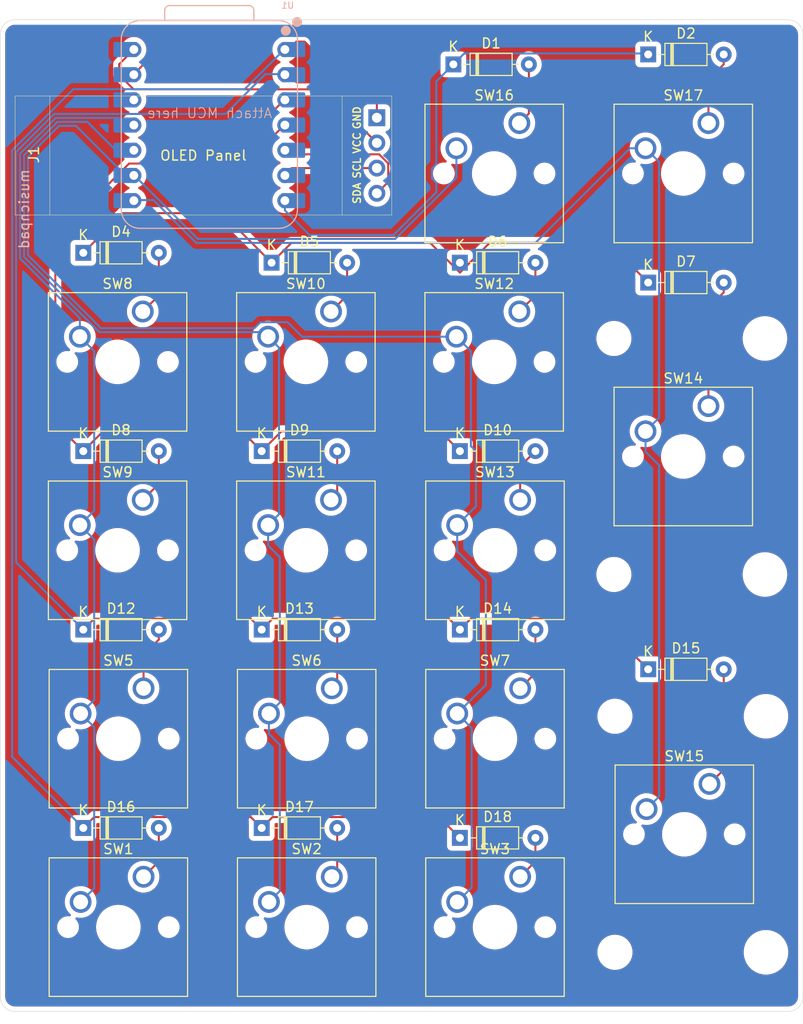
<source format=kicad_pcb>
(kicad_pcb (version 20240108) (generator "pcbnew") (generator_version "8.0")
  (layers (0 "F.Cu" signal) (31 "B.Cu" signal) (34 "B.Paste" user) (35 "F.Paste" user) (36 "B.SilkS" user "B.Silkscreen") (37 "F.SilkS" user "F.Silkscreen") (38 "B.Mask" user) (39 "F.Mask" user) (44 "Edge.Cuts" user))
  (net 0 "")
  (net 1 "Net-(D1-A)")
  (net 2 "GND")
  (net 3 "ROW0")
  (net 4 "ROW1")
  (net 5 "Net-(D4-A)")
  (net 6 "Net-(D5-A)")
  (net 7 "Net-(D6-A)")
  (net 8 "Net-(D7-A)")
  (net 9 "Net-(D8-A)")
  (net 11 "Net-(D9-A)")
  (net 12 "Net-(D10-A)")
  (net 13 "ROW3")
  (net 14 "Net-(D12-A)")
  (net 15 "Net-(D13-A)")
  (net 16 "Net-(D14-A)")
  (net 17 "Net-(D15-A)")
  (net 18 "ROW4")
  (net 19 "Net-(D16-A)")
  (net 20 "Net-(D17-A)")
  (net 21 "Net-(D18-A)")
  (net 22 "/VCC")
  (net 23 "/SDA")
  (net 24 "/SCL")
  (net 25 "COL0")
  (net 26 "COL1")
  (net 27 "COL2")
  (net 28 "COL3")
  (net 29 "ROW2")
  (net 30 "Net-(D2-A)")
  (footprint "Button_Switch_Keyboard:SW_Cherry_MX_2.00u_Vertical_PCB" (layer "F.Cu") (at 179.565841 109.558103)
    (property "Reference" "SW15" (at -2.54 -2.794 0) (layer "F.SilkS"))
    (property "Value" "SW_Push")
    (pad "" np_thru_hole circle (at -9.54 -6.82) (size 3.05 3.05) (drill 3.05) (layers "*.Cu" "*.Mask"))
    (pad "" np_thru_hole circle (at -9.54 16.98) (size 3.05 3.05) (drill 3.05) (layers "*.Cu" "*.Mask"))
    (pad "" np_thru_hole circle (at -7.62 5.08) (size 1.7 1.7) (drill 1.7) (layers "*.Cu" "*.Mask"))
    (pad "" np_thru_hole circle (at -2.54 5.08) (size 4 4) (drill 4) (layers "*.Cu" "*.Mask"))
    (pad "" np_thru_hole circle (at 2.54 5.08) (size 1.7 1.7) (drill 1.7) (layers "*.Cu" "*.Mask"))
    (pad "" np_thru_hole circle (at 5.7 -6.82) (size 4 4) (drill 4) (layers "*.Cu" "*.Mask"))
    (pad "" np_thru_hole circle (at 5.7 16.98) (size 4 4) (drill 4) (layers "*.Cu" "*.Mask"))
    (pad "1" thru_hole circle (at 0 0) (size 2.2 2.2) (drill 1.5) (layers "*.Cu" "*.Mask") (net 17 "Net-(D15-A)"))
    (pad "2" thru_hole circle (at -6.35 2.54) (size 2.2 2.2) (drill 1.5) (layers "*.Cu" "*.Mask") (net 28 "COL3"))
  )
  (footprint "Diode_THT:D_DO-35_SOD27_P7.62mm_Horizontal" (layer "F.Cu") (at 134.38 114)
    (property "Reference" "D17" (at 3.81 -2.12 0) (layer "F.SilkS"))
    (property "Value" "1N4148")
    (fp_text user "K" (at 0 -1.8 0) (layer "F.SilkS"))
    (pad "1" thru_hole rect (at 0 0) (size 1.6 1.6) (drill 0.8) (layers "*.Cu" "*.Mask") (net 18 "ROW4"))
    (pad "2" thru_hole oval (at 7.62 0) (size 1.6 1.6) (drill 0.8) (layers "*.Cu" "*.Mask") (net 20 "Net-(D17-A)"))
  )
  (footprint "Button_Switch_Keyboard:SW_Cherry_MX_1.00u_PCB" (layer "F.Cu") (at 122.46 99.92)
    (property "Reference" "SW5" (at -2.54 -2.794 0) (layer "F.SilkS"))
    (property "Value" "SW_Push")
    (pad "" np_thru_hole circle (at -7.62 5.08) (size 1.7 1.7) (drill 1.7) (layers "*.Cu" "*.Mask"))
    (pad "" np_thru_hole circle (at -2.54 5.08) (size 4 4) (drill 4) (layers "*.Cu" "*.Mask"))
    (pad "" np_thru_hole circle (at 2.54 5.08) (size 1.7 1.7) (drill 1.7) (layers "*.Cu" "*.Mask"))
    (pad "1" thru_hole circle (at 0 0) (size 2.2 2.2) (drill 1.5) (layers "*.Cu" "*.Mask") (net 14 "Net-(D12-A)"))
    (pad "2" thru_hole circle (at -6.35 2.54) (size 2.2 2.2) (drill 1.5) (layers "*.Cu" "*.Mask") (net 25 "COL0"))
  )
  (footprint "Diode_THT:D_DO-35_SOD27_P7.62mm_Horizontal" (layer "F.Cu") (at 134.38 94)
    (property "Reference" "D13" (at 3.81 -2.12 0) (layer "F.SilkS"))
    (property "Value" "1N4148")
    (fp_text user "K" (at 0 -1.8 0) (layer "F.SilkS"))
    (pad "1" thru_hole rect (at 0 0) (size 1.6 1.6) (drill 0.8) (layers "*.Cu" "*.Mask") (net 13 "ROW3"))
    (pad "2" thru_hole oval (at 7.62 0) (size 1.6 1.6) (drill 0.8) (layers "*.Cu" "*.Mask") (net 15 "Net-(D13-A)"))
  )
  (footprint "oled:SSD1306-0.91-OLED-4pin-128x32" (layer "F.Cu") (at 109.5 40.19)
    (property "Reference" "J1" (at 1.9 5.91 90) (layer "F.SilkS"))
    (property "Value" "Conn_01x04_Socket")
    (fp_text user "OLED Panel" (at 19 6 0) (layer "F.SilkS"))
    (fp_text user "SDA" (at 34.5 9.81 -90) (layer "F.SilkS") (effects (font (size 0.75 0.75))))
    (fp_text user "SCL" (at 34.5 7.27 -90) (layer "F.SilkS") (effects (font (size 0.75 0.75))))
    (fp_text user "GND" (at 34.5 2.19 -90) (layer "F.SilkS") (effects (font (size 0.75 0.75))))
    (fp_text user "VCC" (at 34.5 4.73 -90) (layer "F.SilkS") (effects (font (size 0.75 0.75))))
    (pad "1" thru_hole rect (at 36.5 2.19) (size 1.7 1.7) (drill 1) (layers "*.Cu" "*.Mask") (net 2 "GND"))
    (pad "2" thru_hole oval (at 36.5 4.73) (size 1.7 1.7) (drill 1) (layers "*.Cu" "*.Mask") (net 22 "/VCC"))
    (pad "3" thru_hole oval (at 36.5 7.27) (size 1.7 1.7) (drill 1) (layers "*.Cu" "*.Mask") (net 24 "/SCL"))
    (pad "4" thru_hole oval (at 36.5 9.81) (size 1.7 1.7) (drill 1) (layers "*.Cu" "*.Mask") (net 23 "/SDA"))
  )
  (footprint "Button_Switch_Keyboard:SW_Cherry_MX_1.00u_PCB" (layer "F.Cu") (at 160.38 61.92)
    (property "Reference" "SW12" (at -2.54 -2.794 0) (layer "F.SilkS"))
    (property "Value" "SW_Push")
    (pad "" np_thru_hole circle (at -7.62 5.08) (size 1.7 1.7) (drill 1.7) (layers "*.Cu" "*.Mask"))
    (pad "" np_thru_hole circle (at -2.54 5.08) (size 4 4) (drill 4) (layers "*.Cu" "*.Mask"))
    (pad "" np_thru_hole circle (at 2.54 5.08) (size 1.7 1.7) (drill 1.7) (layers "*.Cu" "*.Mask"))
    (pad "1" thru_hole circle (at 0 0) (size 2.2 2.2) (drill 1.5) (layers "*.Cu" "*.Mask") (net 7 "Net-(D6-A)"))
    (pad "2" thru_hole circle (at -6.35 2.54) (size 2.2 2.2) (drill 1.5) (layers "*.Cu" "*.Mask") (net 27 "COL2"))
  )
  (footprint "Diode_THT:D_DO-35_SOD27_P7.62mm_Horizontal" (layer "F.Cu") (at 173.38 59)
    (property "Reference" "D7" (at 3.81 -2.12 0) (layer "F.SilkS"))
    (property "Value" "1N4148")
    (fp_text user "K" (at 0 -1.8 0) (layer "F.SilkS"))
    (pad "1" thru_hole rect (at 0 0) (size 1.6 1.6) (drill 0.8) (layers "*.Cu" "*.Mask") (net 4 "ROW1"))
    (pad "2" thru_hole oval (at 7.62 0) (size 1.6 1.6) (drill 0.8) (layers "*.Cu" "*.Mask") (net 8 "Net-(D7-A)"))
  )
  (footprint "Button_Switch_Keyboard:SW_Cherry_MX_1.00u_PCB" (layer "F.Cu") (at 160.46 80.92)
    (property "Reference" "SW13" (at -2.54 -2.794 0) (layer "F.SilkS"))
    (property "Value" "SW_Push")
    (pad "" np_thru_hole circle (at -7.62 5.08) (size 1.7 1.7) (drill 1.7) (layers "*.Cu" "*.Mask"))
    (pad "" np_thru_hole circle (at -2.54 5.08) (size 4 4) (drill 4) (layers "*.Cu" "*.Mask"))
    (pad "" np_thru_hole circle (at 2.54 5.08) (size 1.7 1.7) (drill 1.7) (layers "*.Cu" "*.Mask"))
    (pad "1" thru_hole circle (at 0 0) (size 2.2 2.2) (drill 1.5) (layers "*.Cu" "*.Mask") (net 12 "Net-(D10-A)"))
    (pad "2" thru_hole circle (at -6.35 2.54) (size 2.2 2.2) (drill 1.5) (layers "*.Cu" "*.Mask") (net 27 "COL2"))
  )
  (footprint "Button_Switch_Keyboard:SW_Cherry_MX_2.00u_Vertical_PCB" (layer "F.Cu") (at 179.46 71.46)
    (property "Reference" "SW14" (at -2.54 -2.794 0) (layer "F.SilkS"))
    (property "Value" "SW_Push")
    (pad "" np_thru_hole circle (at -9.54 -6.82) (size 3.05 3.05) (drill 3.05) (layers "*.Cu" "*.Mask"))
    (pad "" np_thru_hole circle (at -9.54 16.98) (size 3.05 3.05) (drill 3.05) (layers "*.Cu" "*.Mask"))
    (pad "" np_thru_hole circle (at -7.62 5.08) (size 1.7 1.7) (drill 1.7) (layers "*.Cu" "*.Mask"))
    (pad "" np_thru_hole circle (at -2.54 5.08) (size 4 4) (drill 4) (layers "*.Cu" "*.Mask"))
    (pad "" np_thru_hole circle (at 2.54 5.08) (size 1.7 1.7) (drill 1.7) (layers "*.Cu" "*.Mask"))
    (pad "" np_thru_hole circle (at 5.7 -6.82) (size 4 4) (drill 4) (layers "*.Cu" "*.Mask"))
    (pad "" np_thru_hole circle (at 5.7 16.98) (size 4 4) (drill 4) (layers "*.Cu" "*.Mask"))
    (pad "1" thru_hole circle (at 0 0) (size 2.2 2.2) (drill 1.5) (layers "*.Cu" "*.Mask") (net 8 "Net-(D7-A)"))
    (pad "2" thru_hole circle (at -6.35 2.54) (size 2.2 2.2) (drill 1.5) (layers "*.Cu" "*.Mask") (net 28 "COL3"))
  )
  (footprint "Diode_THT:D_DO-35_SOD27_P7.62mm_Horizontal" (layer "F.Cu") (at 116.38 76)
    (property "Reference" "D8" (at 3.81 -2.12 0) (layer "F.SilkS"))
    (property "Value" "1N4148")
    (fp_text user "K" (at 0 -1.8 0) (layer "F.SilkS"))
    (pad "1" thru_hole rect (at 0 0) (size 1.6 1.6) (drill 0.8) (layers "*.Cu" "*.Mask") (net 29 "ROW2"))
    (pad "2" thru_hole oval (at 7.62 0) (size 1.6 1.6) (drill 0.8) (layers "*.Cu" "*.Mask") (net 9 "Net-(D8-A)"))
  )
  (footprint "Diode_THT:D_DO-35_SOD27_P7.62mm_Horizontal" (layer "F.Cu") (at 116.38 94)
    (property "Reference" "D12" (at 3.81 -2.12 0) (layer "F.SilkS"))
    (property "Value" "1N4148")
    (fp_text user "K" (at 0 -1.8 0) (layer "F.SilkS"))
    (pad "1" thru_hole rect (at 0 0) (size 1.6 1.6) (drill 0.8) (layers "*.Cu" "*.Mask") (net 13 "ROW3"))
    (pad "2" thru_hole oval (at 7.62 0) (size 1.6 1.6) (drill 0.8) (layers "*.Cu" "*.Mask") (net 14 "Net-(D12-A)"))
  )
  (footprint "Diode_THT:D_DO-35_SOD27_P7.62mm_Horizontal" (layer "F.Cu") (at 134.38 76)
    (property "Reference" "D9" (at 3.81 -2.12 0) (layer "F.SilkS"))
    (property "Value" "1N4148")
    (fp_text user "K" (at 0 -1.8 0) (layer "F.SilkS"))
    (pad "1" thru_hole rect (at 0 0) (size 1.6 1.6) (drill 0.8) (layers "*.Cu" "*.Mask") (net 29 "ROW2"))
    (pad "2" thru_hole oval (at 7.62 0) (size 1.6 1.6) (drill 0.8) (layers "*.Cu" "*.Mask") (net 11 "Net-(D9-A)"))
  )
  (footprint "Diode_THT:D_DO-35_SOD27_P7.62mm_Horizontal" (layer "F.Cu") (at 173.38 36)
    (property "Reference" "D2" (at 3.81 -2.12 0) (layer "F.SilkS"))
    (property "Value" "1N4148")
    (fp_text user "K" (at 0 -1.8 0) (layer "F.SilkS"))
    (pad "1" thru_hole rect (at 0 0) (size 1.6 1.6) (drill 0.8) (layers "*.Cu" "*.Mask") (net 3 "ROW0"))
    (pad "2" thru_hole oval (at 7.62 0) (size 1.6 1.6) (drill 0.8) (layers "*.Cu" "*.Mask") (net 30 "Net-(D2-A)"))
  )
  (footprint "Button_Switch_Keyboard:SW_Cherry_MX_1.00u_PCB" (layer "F.Cu") (at 122.38 61.92)
    (property "Reference" "SW8" (at -2.54 -2.794 0) (layer "F.SilkS"))
    (property "Value" "SW_Push")
    (pad "" np_thru_hole circle (at -7.62 5.08) (size 1.7 1.7) (drill 1.7) (layers "*.Cu" "*.Mask"))
    (pad "" np_thru_hole circle (at -2.54 5.08) (size 4 4) (drill 4) (layers "*.Cu" "*.Mask"))
    (pad "" np_thru_hole circle (at 2.54 5.08) (size 1.7 1.7) (drill 1.7) (layers "*.Cu" "*.Mask"))
    (pad "1" thru_hole circle (at 0 0) (size 2.2 2.2) (drill 1.5) (layers "*.Cu" "*.Mask") (net 5 "Net-(D4-A)"))
    (pad "2" thru_hole circle (at -6.35 2.54) (size 2.2 2.2) (drill 1.5) (layers "*.Cu" "*.Mask") (net 25 "COL0"))
  )
  (footprint "Diode_THT:D_DO-35_SOD27_P7.62mm_Horizontal" (layer "F.Cu") (at 154.38 57)
    (property "Reference" "D6" (at 3.81 -2.12 0) (layer "F.SilkS"))
    (property "Value" "1N4148")
    (fp_text user "K" (at 0 -1.8 0) (layer "F.SilkS"))
    (pad "1" thru_hole rect (at 0 0) (size 1.6 1.6) (drill 0.8) (layers "*.Cu" "*.Mask") (net 4 "ROW1"))
    (pad "2" thru_hole oval (at 7.62 0) (size 1.6 1.6) (drill 0.8) (layers "*.Cu" "*.Mask") (net 7 "Net-(D6-A)"))
  )
  (footprint "Diode_THT:D_DO-35_SOD27_P7.62mm_Horizontal" (layer "F.Cu") (at 116.38 56)
    (property "Reference" "D4" (at 3.81 -2.12 0) (layer "F.SilkS"))
    (property "Value" "1N4148")
    (fp_text user "K" (at 0 -1.8 0) (layer "F.SilkS"))
    (pad "1" thru_hole rect (at 0 0) (size 1.6 1.6) (drill 0.8) (layers "*.Cu" "*.Mask") (net 4 "ROW1"))
    (pad "2" thru_hole oval (at 7.62 0) (size 1.6 1.6) (drill 0.8) (layers "*.Cu" "*.Mask") (net 5 "Net-(D4-A)"))
  )
  (footprint "Button_Switch_Keyboard:SW_Cherry_MX_1.00u_PCB" (layer "F.Cu") (at 141.46 99.92)
    (property "Reference" "SW6" (at -2.54 -2.794 0) (layer "F.SilkS"))
    (property "Value" "SW_Push")
    (pad "" np_thru_hole circle (at -7.62 5.08) (size 1.7 1.7) (drill 1.7) (layers "*.Cu" "*.Mask"))
    (pad "" np_thru_hole circle (at -2.54 5.08) (size 4 4) (drill 4) (layers "*.Cu" "*.Mask"))
    (pad "" np_thru_hole circle (at 2.54 5.08) (size 1.7 1.7) (drill 1.7) (layers "*.Cu" "*.Mask"))
    (pad "1" thru_hole circle (at 0 0) (size 2.2 2.2) (drill 1.5) (layers "*.Cu" "*.Mask") (net 15 "Net-(D13-A)"))
    (pad "2" thru_hole circle (at -6.35 2.54) (size 2.2 2.2) (drill 1.5) (layers "*.Cu" "*.Mask") (net 26 "COL1"))
  )
  (footprint "Diode_THT:D_DO-35_SOD27_P7.62mm_Horizontal" (layer "F.Cu") (at 173.38 98)
    (property "Reference" "D15" (at 3.81 -2.12 0) (layer "F.SilkS"))
    (property "Value" "1N4148")
    (fp_text user "K" (at 0 -1.8 0) (layer "F.SilkS"))
    (pad "1" thru_hole rect (at 0 0) (size 1.6 1.6) (drill 0.8) (layers "*.Cu" "*.Mask") (net 13 "ROW3"))
    (pad "2" thru_hole oval (at 7.62 0) (size 1.6 1.6) (drill 0.8) (layers "*.Cu" "*.Mask") (net 17 "Net-(D15-A)"))
  )
  (footprint "Button_Switch_Keyboard:SW_Cherry_MX_1.00u_PCB" (layer "F.Cu") (at 160.46 99.92)
    (property "Reference" "SW7" (at -2.54 -2.794 0) (layer "F.SilkS"))
    (property "Value" "SW_Push")
    (pad "" np_thru_hole circle (at -7.62 5.08) (size 1.7 1.7) (drill 1.7) (layers "*.Cu" "*.Mask"))
    (pad "" np_thru_hole circle (at -2.54 5.08) (size 4 4) (drill 4) (layers "*.Cu" "*.Mask"))
    (pad "" np_thru_hole circle (at 2.54 5.08) (size 1.7 1.7) (drill 1.7) (layers "*.Cu" "*.Mask"))
    (pad "1" thru_hole circle (at 0 0) (size 2.2 2.2) (drill 1.5) (layers "*.Cu" "*.Mask") (net 16 "Net-(D14-A)"))
    (pad "2" thru_hole circle (at -6.35 2.54) (size 2.2 2.2) (drill 1.5) (layers "*.Cu" "*.Mask") (net 27 "COL2"))
  )
  (footprint "Diode_THT:D_DO-35_SOD27_P7.62mm_Horizontal" (layer "F.Cu") (at 154.38 115)
    (property "Reference" "D18" (at 3.81 -2.12 0) (layer "F.SilkS"))
    (property "Value" "1N4148")
    (fp_text user "K" (at 0 -1.8 0) (layer "F.SilkS"))
    (pad "1" thru_hole rect (at 0 0) (size 1.6 1.6) (drill 0.8) (layers "*.Cu" "*.Mask") (net 18 "ROW4"))
    (pad "2" thru_hole oval (at 7.62 0) (size 1.6 1.6) (drill 0.8) (layers "*.Cu" "*.Mask") (net 21 "Net-(D18-A)"))
  )
  (footprint "Diode_THT:D_DO-35_SOD27_P7.62mm_Horizontal" (layer "F.Cu") (at 135.38 57)
    (property "Reference" "D5" (at 3.81 -2.12 0) (layer "F.SilkS"))
    (property "Value" "1N4148")
    (fp_text user "K" (at 0 -1.8 0) (layer "F.SilkS"))
    (pad "1" thru_hole rect (at 0 0) (size 1.6 1.6) (drill 0.8) (layers "*.Cu" "*.Mask") (net 4 "ROW1"))
    (pad "2" thru_hole oval (at 7.62 0) (size 1.6 1.6) (drill 0.8) (layers "*.Cu" "*.Mask") (net 6 "Net-(D5-A)"))
  )
  (footprint "Button_Switch_Keyboard:SW_Cherry_MX_1.00u_PCB" (layer "F.Cu") (at 160.46 118.92)
    (property "Reference" "SW3" (at -2.54 -2.794 0) (layer "F.SilkS"))
    (property "Value" "SW_Push")
    (pad "" np_thru_hole circle (at -7.62 5.08) (size 1.7 1.7) (drill 1.7) (layers "*.Cu" "*.Mask"))
    (pad "" np_thru_hole circle (at -2.54 5.08) (size 4 4) (drill 4) (layers "*.Cu" "*.Mask"))
    (pad "" np_thru_hole circle (at 2.54 5.08) (size 1.7 1.7) (drill 1.7) (layers "*.Cu" "*.Mask"))
    (pad "1" thru_hole circle (at 0 0) (size 2.2 2.2) (drill 1.5) (layers "*.Cu" "*.Mask") (net 21 "Net-(D18-A)"))
    (pad "2" thru_hole circle (at -6.35 2.54) (size 2.2 2.2) (drill 1.5) (layers "*.Cu" "*.Mask") (net 27 "COL2"))
  )
  (footprint "Button_Switch_Keyboard:SW_Cherry_MX_1.00u_PCB" (layer "F.Cu") (at 122.46 118.92)
    (property "Reference" "SW1" (at -2.54 -2.794 0) (layer "F.SilkS"))
    (property "Value" "SW_Push")
    (pad "" np_thru_hole circle (at -7.62 5.08) (size 1.7 1.7) (drill 1.7) (layers "*.Cu" "*.Mask"))
    (pad "" np_thru_hole circle (at -2.54 5.08) (size 4 4) (drill 4) (layers "*.Cu" "*.Mask"))
    (pad "" np_thru_hole circle (at 2.54 5.08) (size 1.7 1.7) (drill 1.7) (layers "*.Cu" "*.Mask"))
    (pad "1" thru_hole circle (at 0 0) (size 2.2 2.2) (drill 1.5) (layers "*.Cu" "*.Mask") (net 19 "Net-(D16-A)"))
    (pad "2" thru_hole circle (at -6.35 2.54) (size 2.2 2.2) (drill 1.5) (layers "*.Cu" "*.Mask") (net 25 "COL0"))
  )
  (footprint "Diode_THT:D_DO-35_SOD27_P7.62mm_Horizontal" (layer "F.Cu") (at 116.38 114)
    (property "Reference" "D16" (at 3.81 -2.12 0) (layer "F.SilkS"))
    (property "Value" "1N4148")
    (fp_text user "K" (at 0 -1.8 0) (layer "F.SilkS"))
    (pad "1" thru_hole rect (at 0 0) (size 1.6 1.6) (drill 0.8) (layers "*.Cu" "*.Mask") (net 18 "ROW4"))
    (pad "2" thru_hole oval (at 7.62 0) (size 1.6 1.6) (drill 0.8) (layers "*.Cu" "*.Mask") (net 19 "Net-(D16-A)"))
  )
  (footprint "Button_Switch_Keyboard:SW_Cherry_MX_1.00u_PCB" (layer "F.Cu") (at 160.38 42.92)
    (property "Reference" "SW16" (at -2.54 -2.794 0) (layer "F.SilkS"))
    (property "Value" "SW_Push")
    (pad "" np_thru_hole circle (at -7.62 5.08) (size 1.7 1.7) (drill 1.7) (layers "*.Cu" "*.Mask"))
    (pad "" np_thru_hole circle (at -2.54 5.08) (size 4 4) (drill 4) (layers "*.Cu" "*.Mask"))
    (pad "" np_thru_hole circle (at 2.54 5.08) (size 1.7 1.7) (drill 1.7) (layers "*.Cu" "*.Mask"))
    (pad "1" thru_hole circle (at 0 0) (size 2.2 2.2) (drill 1.5) (layers "*.Cu" "*.Mask") (net 1 "Net-(D1-A)"))
    (pad "2" thru_hole circle (at -6.35 2.54) (size 2.2 2.2) (drill 1.5) (layers "*.Cu" "*.Mask") (net 27 "COL2"))
  )
  (footprint "Button_Switch_Keyboard:SW_Cherry_MX_1.00u_PCB" (layer "F.Cu") (at 141.46 118.92)
    (property "Reference" "SW2" (at -2.54 -2.794 0) (layer "F.SilkS"))
    (property "Value" "SW_Push")
    (pad "" np_thru_hole circle (at -7.62 5.08) (size 1.7 1.7) (drill 1.7) (layers "*.Cu" "*.Mask"))
    (pad "" np_thru_hole circle (at -2.54 5.08) (size 4 4) (drill 4) (layers "*.Cu" "*.Mask"))
    (pad "" np_thru_hole circle (at 2.54 5.08) (size 1.7 1.7) (drill 1.7) (layers "*.Cu" "*.Mask"))
    (pad "1" thru_hole circle (at 0 0) (size 2.2 2.2) (drill 1.5) (layers "*.Cu" "*.Mask") (net 20 "Net-(D17-A)"))
    (pad "2" thru_hole circle (at -6.35 2.54) (size 2.2 2.2) (drill 1.5) (layers "*.Cu" "*.Mask") (net 26 "COL1"))
  )
  (footprint "Diode_THT:D_DO-35_SOD27_P7.62mm_Horizontal" (layer "F.Cu") (at 154.38 76)
    (property "Reference" "D10" (at 3.81 -2.12 0) (layer "F.SilkS"))
    (property "Value" "1N4148")
    (fp_text user "K" (at 0 -1.8 0) (layer "F.SilkS"))
    (pad "1" thru_hole rect (at 0 0) (size 1.6 1.6) (drill 0.8) (layers "*.Cu" "*.Mask") (net 29 "ROW2"))
    (pad "2" thru_hole oval (at 7.62 0) (size 1.6 1.6) (drill 0.8) (layers "*.Cu" "*.Mask") (net 12 "Net-(D10-A)"))
  )
  (footprint "Button_Switch_Keyboard:SW_Cherry_MX_1.00u_PCB" (layer "F.Cu") (at 141.38 61.92)
    (property "Reference" "SW10" (at -2.54 -2.794 0) (layer "F.SilkS"))
    (property "Value" "SW_Push")
    (pad "" np_thru_hole circle (at -7.62 5.08) (size 1.7 1.7) (drill 1.7) (layers "*.Cu" "*.Mask"))
    (pad "" np_thru_hole circle (at -2.54 5.08) (size 4 4) (drill 4) (layers "*.Cu" "*.Mask"))
    (pad "" np_thru_hole circle (at 2.54 5.08) (size 1.7 1.7) (drill 1.7) (layers "*.Cu" "*.Mask"))
    (pad "1" thru_hole circle (at 0 0) (size 2.2 2.2) (drill 1.5) (layers "*.Cu" "*.Mask") (net 6 "Net-(D5-A)"))
    (pad "2" thru_hole circle (at -6.35 2.54) (size 2.2 2.2) (drill 1.5) (layers "*.Cu" "*.Mask") (net 26 "COL1"))
  )
  (footprint "Button_Switch_Keyboard:SW_Cherry_MX_1.00u_PCB" (layer "F.Cu") (at 141.38 80.92)
    (property "Reference" "SW11" (at -2.54 -2.794 0) (layer "F.SilkS"))
    (property "Value" "SW_Push")
    (pad "" np_thru_hole circle (at -7.62 5.08) (size 1.7 1.7) (drill 1.7) (layers "*.Cu" "*.Mask"))
    (pad "" np_thru_hole circle (at -2.54 5.08) (size 4 4) (drill 4) (layers "*.Cu" "*.Mask"))
    (pad "" np_thru_hole circle (at 2.54 5.08) (size 1.7 1.7) (drill 1.7) (layers "*.Cu" "*.Mask"))
    (pad "1" thru_hole circle (at 0 0) (size 2.2 2.2) (drill 1.5) (layers "*.Cu" "*.Mask") (net 11 "Net-(D9-A)"))
    (pad "2" thru_hole circle (at -6.35 2.54) (size 2.2 2.2) (drill 1.5) (layers "*.Cu" "*.Mask") (net 26 "COL1"))
  )
  (footprint "Diode_THT:D_DO-35_SOD27_P7.62mm_Horizontal" (layer "F.Cu") (at 153.72 37)
    (property "Reference" "D1" (at 3.81 -2.12 0) (layer "F.SilkS"))
    (property "Value" "1N4148")
    (fp_text user "K" (at 0 -1.8 0) (layer "F.SilkS"))
    (pad "1" thru_hole rect (at 0 0) (size 1.6 1.6) (drill 0.8) (layers "*.Cu" "*.Mask") (net 3 "ROW0"))
    (pad "2" thru_hole oval (at 7.62 0) (size 1.6 1.6) (drill 0.8) (layers "*.Cu" "*.Mask") (net 1 "Net-(D1-A)"))
  )
  (footprint "Button_Switch_Keyboard:SW_Cherry_MX_1.00u_PCB" (layer "F.Cu") (at 122.38 80.92)
    (property "Reference" "SW9" (at -2.54 -2.794 0) (layer "F.SilkS"))
    (property "Value" "SW_Push")
    (pad "" np_thru_hole circle (at -7.62 5.08) (size 1.7 1.7) (drill 1.7) (layers "*.Cu" "*.Mask"))
    (pad "" np_thru_hole circle (at -2.54 5.08) (size 4 4) (drill 4) (layers "*.Cu" "*.Mask"))
    (pad "" np_thru_hole circle (at 2.54 5.08) (size 1.7 1.7) (drill 1.7) (layers "*.Cu" "*.Mask"))
    (pad "1" thru_hole circle (at 0 0) (size 2.2 2.2) (drill 1.5) (layers "*.Cu" "*.Mask") (net 9 "Net-(D8-A)"))
    (pad "2" thru_hole circle (at -6.35 2.54) (size 2.2 2.2) (drill 1.5) (layers "*.Cu" "*.Mask") (net 25 "COL0"))
  )
  (footprint "Diode_THT:D_DO-35_SOD27_P7.62mm_Horizontal" (layer "F.Cu") (at 154.38 94)
    (property "Reference" "D14" (at 3.81 -2.12 0) (layer "F.SilkS"))
    (property "Value" "1N4148")
    (fp_text user "K" (at 0 -1.8 0) (layer "F.SilkS"))
    (pad "1" thru_hole rect (at 0 0) (size 1.6 1.6) (drill 0.8) (layers "*.Cu" "*.Mask") (net 13 "ROW3"))
    (pad "2" thru_hole oval (at 7.62 0) (size 1.6 1.6) (drill 0.8) (layers "*.Cu" "*.Mask") (net 16 "Net-(D14-A)"))
  )
  (footprint "Button_Switch_Keyboard:SW_Cherry_MX_1.00u_PCB" (layer "F.Cu") (at 179.46 42.92)
    (property "Reference" "SW17" (at -2.54 -2.794 0) (layer "F.SilkS"))
    (property "Value" "SW_Push")
    (pad "" np_thru_hole circle (at -7.62 5.08) (size 1.7 1.7) (drill 1.7) (layers "*.Cu" "*.Mask"))
    (pad "" np_thru_hole circle (at -2.54 5.08) (size 4 4) (drill 4) (layers "*.Cu" "*.Mask"))
    (pad "" np_thru_hole circle (at 2.54 5.08) (size 1.7 1.7) (drill 1.7) (layers "*.Cu" "*.Mask"))
    (pad "1" thru_hole circle (at 0 0) (size 2.2 2.2) (drill 1.5) (layers "*.Cu" "*.Mask") (net 30 "Net-(D2-A)"))
    (pad "2" thru_hole circle (at -6.35 2.54) (size 2.2 2.2) (drill 1.5) (layers "*.Cu" "*.Mask") (net 28 "COL3"))
  )
  (footprint "Seeed Studio XIAO Series Library:XIAO-SAMD21-DIP" (layer "B.Cu") (at 129 43.0575 180)
    (property "Reference" "U1" (at -8 12 0) (layer "B.SilkS") (effects (font (size 0.635 0.635) (thickness 0.1016)) (justify mirror)))
    (property "Value" "XIAO-SAMD21-DIP")
    (pad "1" smd roundrect (at -8.555 7.5575) (size 2.432 1.524) (layers "B.Cu" "B.Mask") (roundrect_rratio 0.1) (net 18 "ROW4"))
    (pad "1" thru_hole circle (at -7.72 7.5575) (size 1.524 1.524) (drill 0.889) (layers "*.Cu" "*.Mask") (net 18 "ROW4"))
    (pad "2" smd roundrect (at -8.555 5.0175) (size 2.432 1.524) (layers "B.Cu" "B.Mask") (roundrect_rratio 0.1) (net 13 "ROW3"))
    (pad "2" thru_hole circle (at -7.72 5.0175) (size 1.524 1.524) (drill 0.889) (layers "*.Cu" "*.Mask") (net 13 "ROW3"))
    (pad "3" smd roundrect (at -8.555 2.4775) (size 2.432 1.524) (layers "B.Cu" "B.Mask") (roundrect_rratio 0.1) (net 29 "ROW2"))
    (pad "3" thru_hole circle (at -7.72 2.4775) (size 1.524 1.524) (drill 0.889) (layers "*.Cu" "*.Mask") (net 29 "ROW2"))
    (pad "4" smd roundrect (at -8.555 -0.0625) (size 2.432 1.524) (layers "B.Cu" "B.Mask") (roundrect_rratio 0.1) (net 4 "ROW1"))
    (pad "4" thru_hole circle (at -7.72 -0.0625) (size 1.524 1.524) (drill 0.889) (layers "*.Cu" "*.Mask") (net 4 "ROW1"))
    (pad "5" smd roundrect (at -8.555 -2.6025) (size 2.432 1.524) (layers "B.Cu" "B.Mask") (roundrect_rratio 0.1) (net 23 "/SDA"))
    (pad "5" thru_hole circle (at -7.72 -2.6025) (size 1.524 1.524) (drill 0.889) (layers "*.Cu" "*.Mask") (net 23 "/SDA"))
    (pad "6" smd roundrect (at -8.555 -5.1425) (size 2.432 1.524) (layers "B.Cu" "B.Mask") (roundrect_rratio 0.1) (net 24 "/SCL"))
    (pad "6" thru_hole circle (at -7.72 -5.1425) (size 1.524 1.524) (drill 0.889) (layers "*.Cu" "*.Mask") (net 24 "/SCL"))
    (pad "7" smd roundrect (at -8.555 -7.6825) (size 2.432 1.524) (layers "B.Cu" "B.Mask") (roundrect_rratio 0.1) (net 3 "ROW0"))
    (pad "7" thru_hole circle (at -7.72 -7.6825) (size 1.524 1.524) (drill 0.889) (layers "*.Cu" "*.Mask") (net 3 "ROW0"))
    (pad "8" thru_hole circle (at 7.52 -7.6825 180) (size 1.524 1.524) (drill 0.889) (layers "*.Cu" "*.Mask") (net 28 "COL3"))
    (pad "8" smd roundrect (at 8.355 -7.6825 180) (size 2.432 1.524) (layers "B.Cu" "B.Mask") (roundrect_rratio 0.1) (net 28 "COL3"))
    (pad "9" thru_hole circle (at 7.52 -5.1425 180) (size 1.524 1.524) (drill 0.889) (layers "*.Cu" "*.Mask") (net 27 "COL2"))
    (pad "9" smd roundrect (at 8.355 -5.1425 180) (size 2.432 1.524) (layers "B.Cu" "B.Mask") (roundrect_rratio 0.1) (net 27 "COL2"))
    (pad "10" thru_hole circle (at 7.52 -2.6025 180) (size 1.524 1.524) (drill 0.889) (layers "*.Cu" "*.Mask") (net 26 "COL1"))
    (pad "10" smd roundrect (at 8.355 -2.6025 180) (size 2.432 1.524) (layers "B.Cu" "B.Mask") (roundrect_rratio 0.1) (net 26 "COL1"))
    (pad "11" thru_hole circle (at 7.52 -0.0625 180) (size 1.524 1.524) (drill 0.889) (layers "*.Cu" "*.Mask") (net 25 "COL0"))
    (pad "11" smd roundrect (at 8.355 -0.0625 180) (size 2.432 1.524) (layers "B.Cu" "B.Mask") (roundrect_rratio 0.1) (net 25 "COL0"))
    (pad "12" thru_hole circle (at 7.52 2.4775 180) (size 1.524 1.524) (drill 0.889) (layers "*.Cu" "*.Mask"))
    (pad "12" smd roundrect (at 8.355 2.4775 180) (size 2.432 1.524) (layers "B.Cu" "B.Mask") (roundrect_rratio 0.1))
    (pad "13" thru_hole circle (at 7.52 5.0175 180) (size 1.524 1.524) (drill 0.889) (layers "*.Cu" "*.Mask") (net 2 "GND"))
    (pad "13" smd roundrect (at 8.355 5.0175 180) (size 2.432 1.524) (layers "B.Cu" "B.Mask") (roundrect_rratio 0.1) (net 2 "GND"))
    (pad "14" thru_hole circle (at 7.52 7.5575 180) (size 1.524 1.524) (drill 0.889) (layers "*.Cu" "*.Mask") (net 22 "/VCC"))
    (pad "14" smd roundrect (at 8.355 7.5575 180) (size 2.432 1.524) (layers "B.Cu" "B.Mask") (roundrect_rratio 0.1) (net 22 "/VCC"))
  )
  (gr_arc (start 108 34) (mid 108.43934 32.93934) (end 109.5 32.5) (stroke (width 0.05)) (layer "Edge.Cuts"))
  (gr_line (start 187.5 132.5) (end 109.5 132.5) (stroke (width 0.05)) (layer "Edge.Cuts"))
  (gr_arc (start 187.5 32.5) (mid 188.56066 32.93934) (end 189 34) (stroke (width 0.05)) (layer "Edge.Cuts"))
  (gr_line (start 109.5 32.5) (end 187.5 32.5) (stroke (width 0.05)) (layer "Edge.Cuts"))
  (gr_line (start 189 34) (end 189 131) (stroke (width 0.05)) (layer "Edge.Cuts"))
  (gr_line (start 108 131) (end 108 34) (stroke (width 0.05)) (layer "Edge.Cuts"))
  (gr_arc (start 189 131) (mid 188.56066 132.06066) (end 187.5 132.5) (stroke (width 0.05)) (layer "Edge.Cuts"))
  (gr_arc (start 109.5 132.5) (mid 108.43934 132.06066) (end 108 131) (stroke (width 0.05)) (layer "Edge.Cuts"))
  (gr_text "Attach MCU here" (at 135.5 42.5 0) (layer "B.SilkS") (effects (font (size 1 1) (thickness 0.1)) (justify left bottom mirror)))
  (gr_text "musicnpad" (at 111 47.5 90) (layer "B.SilkS") (effects (font (size 1 1)) (justify left bottom mirror)))
  (segment (start 161.34 41.96) (end 160.38 42.92) (width 0.2) (layer "F.Cu") (net 1))
  (segment (start 161.34 37) (end 161.34 41.96) (width 0.2) (layer "F.Cu") (net 1))
  (segment (start 146 42.38) (end 146 41) (width 0.2) (layer "F.Cu") (net 2))
  (segment (start 146 41) (end 139 34) (width 0.2) (layer "F.Cu") (net 2))
  (segment (start 125.4625 34) (end 121.48 37.9825) (width 0.2) (layer "F.Cu") (net 2))
  (segment (start 139 34) (end 125.4625 34) (width 0.2) (layer "F.Cu") (net 2))
  (segment (start 136.72 50.6825) (end 136.72 51.72) (width 0.2) (layer "B.Cu") (net 3))
  (segment (start 173.28 35.9) (end 173.38 36) (width 0.2) (layer "B.Cu") (net 3))
  (segment (start 152 47.062944) (end 152 38.72) (width 0.2) (layer "B.Cu") (net 3))
  (segment (start 151.56 48.497056) (end 151.56 47.502944) (width 0.2) (layer "B.Cu") (net 3))
  (segment (start 147.69137 54.2) (end 152 49.89137) (width 0.2) (layer "B.Cu") (net 3))
  (segment (start 152 49.89137) (end 152 48.937056) (width 0.2) (layer "B.Cu") (net 3))
  (segment (start 153.72 37) (end 154.82 35.9) (width 0.2) (layer "B.Cu") (net 3))
  (segment (start 136.72 51.72) (end 139.2 54.2) (width 0.2) (layer "B.Cu") (net 3))
  (segment (start 139.2 54.2) (end 147.69137 54.2) (width 0.2) (layer "B.Cu") (net 3))
  (segment (start 152 38.72) (end 153.72 37) (width 0.2) (layer "B.Cu") (net 3))
  (segment (start 152 48.937056) (end 151.56 48.497056) (width 0.2) (layer "B.Cu") (net 3))
  (segment (start 151.56 47.502944) (end 152 47.062944) (width 0.2) (layer "B.Cu") (net 3))
  (segment (start 154.82 35.9) (end 173.28 35.9) (width 0.2) (layer "B.Cu") (net 3))
  (segment (start 127.7825 52) (end 120.38 52) (width 0.2) (layer "F.Cu") (net 4))
  (segment (start 136.72 43.0625) (end 128.038 51.7445) (width 0.2) (layer "F.Cu") (net 4))
  (segment (start 151.38 55) (end 154.38 58) (width 0.2) (layer "F.Cu") (net 4))
  (segment (start 135.38 57) (end 137.38 55) (width 0.2) (layer "F.Cu") (net 4))
  (segment (start 132.38 54) (end 135.38 57) (width 0.2) (layer "F.Cu") (net 4))
  (segment (start 128.038 51.7445) (end 130.1245 51.7445) (width 0.2) (layer "F.Cu") (net 4))
  (segment (start 157.38 55) (end 169.38 55) (width 0.2) (layer "F.Cu") (net 4))
  (segment (start 128.038 51.7445) (end 127.7825 52) (width 0.2) (layer "F.Cu") (net 4))
  (segment (start 154.38 58) (end 157.38 55) (width 0.2) (layer "F.Cu") (net 4))
  (segment (start 120.38 52) (end 116.38 56) (width 0.2) (layer "F.Cu") (net 4))
  (segment (start 169.38 55) (end 173.38 59) (width 0.2) (layer "F.Cu") (net 4))
  (segment (start 137.38 55) (end 151.38 55) (width 0.2) (layer "F.Cu") (net 4))
  (segment (start 130.1245 51.7445) (end 132.38 54) (width 0.2) (layer "F.Cu") (net 4))
  (segment (start 124 60.3) (end 122.38 61.92) (width 0.2) (layer "F.Cu") (net 5))
  (segment (start 124 56) (end 124 60.3) (width 0.2) (layer "F.Cu") (net 5))
  (segment (start 143 57) (end 143 60.3) (width 0.2) (layer "F.Cu") (net 6))
  (segment (start 143 60.3) (end 141.38 61.92) (width 0.2) (layer "F.Cu") (net 6))
  (segment (start 162 60.3) (end 160.38 61.92) (width 0.2) (layer "F.Cu") (net 7))
  (segment (start 162 57) (end 162 60.3) (width 0.2) (layer "F.Cu") (net 7))
  (segment (start 181 60) (end 179.46 61.54) (width 0.2) (layer "F.Cu") (net 8))
  (segment (start 179.46 61.54) (end 179.46 71.46) (width 0.2) (layer "F.Cu") (net 8))
  (segment (start 181 59) (end 181 60) (width 0.2) (layer "F.Cu") (net 8))
  (segment (start 124 76) (end 124 79.3) (width 0.2) (layer "F.Cu") (net 9))
  (segment (start 124 79.3) (end 122.38 80.92) (width 0.2) (layer "F.Cu") (net 9))
  (segment (start 142 76) (end 142 80.3) (width 0.2) (layer "F.Cu") (net 11))
  (segment (start 142 80.3) (end 141.38 80.92) (width 0.2) (layer "F.Cu") (net 11))
  (segment (start 162 76) (end 160.46 77.54) (width 0.2) (layer "F.Cu") (net 12))
  (segment (start 160.46 77.54) (end 160.46 80.92) (width 0.2) (layer "F.Cu") (net 12))
  (segment (start 133.28 92.9) (end 134.38 94) (width 0.2) (layer "F.Cu") (net 13))
  (segment (start 117.48 92.9) (end 133.28 92.9) (width 0.2) (layer "F.Cu") (net 13))
  (segment (start 116.38 94) (end 117.48 92.9) (width 0.2) (layer "F.Cu") (net 13))
  (segment (start 153.28 92.9) (end 154.38 94) (width 0.2) (layer "F.Cu") (net 13))
  (segment (start 135.48 92.9) (end 153.28 92.9) (width 0.2) (layer "F.Cu") (net 13))
  (segment (start 154.38 94) (end 155.48 92.9) (width 0.2) (layer "F.Cu") (net 13))
  (segment (start 168.28 92.9) (end 173.38 98) (width 0.2) (layer "F.Cu") (net 13))
  (segment (start 155.48 92.9) (end 168.28 92.9) (width 0.2) (layer "F.Cu") (net 13))
  (segment (start 134.38 94) (end 135.48 92.9) (width 0.2) (layer "F.Cu") (net 13))
  (segment (start 136.72 37.9825) (end 134.745686 37.9825) (width 0.2) (layer "B.Cu") (net 13))
  (segment (start 134.745686 37.9825) (end 130.727686 42.0005) (width 0.2) (layer "B.Cu") (net 13))
  (segment (start 130.727686 42.0005) (end 113.433814 42.0005) (width 0.2) (layer "B.Cu") (net 13))
  (segment (start 109.6 45.834314) (end 109.6 87.22) (width 0.2) (layer "B.Cu") (net 13))
  (segment (start 113.433814 42.0005) (end 109.6 45.834314) (width 0.2) (layer "B.Cu") (net 13))
  (segment (start 109.6 87.22) (end 116.38 94) (width 0.2) (layer "B.Cu") (net 13))
  (segment (start 122.46 96.54) (end 122.46 99.92) (width 0.2) (layer "F.Cu") (net 14))
  (segment (start 124 95) (end 122.46 96.54) (width 0.2) (layer "F.Cu") (net 14))
  (segment (start 124 94) (end 124 95) (width 0.2) (layer "F.Cu") (net 14))
  (segment (start 142 94) (end 142 99.38) (width 0.2) (layer "F.Cu") (net 15))
  (segment (start 142 99.38) (end 141.46 99.92) (width 0.2) (layer "F.Cu") (net 15))
  (segment (start 162 98.38) (end 160.46 99.92) (width 0.2) (layer "F.Cu") (net 16))
  (segment (start 162 94) (end 162 98.38) (width 0.2) (layer "F.Cu") (net 16))
  (segment (start 181 98) (end 181 108.123944) (width 0.2) (layer "F.Cu") (net 17))
  (segment (start 181 108.123944) (end 179.565841 109.558103) (width 0.2) (layer "F.Cu") (net 17))
  (segment (start 116.38 114) (end 117.48 112.9) (width 0.2) (layer "F.Cu") (net 18))
  (segment (start 152.28 112.9) (end 154.38 115) (width 0.2) (layer "F.Cu") (net 18))
  (segment (start 133.28 112.9) (end 134.38 114) (width 0.2) (layer "F.Cu") (net 18))
  (segment (start 135.48 112.9) (end 152.28 112.9) (width 0.2) (layer "F.Cu") (net 18))
  (segment (start 117.48 112.9) (end 133.28 112.9) (width 0.2) (layer "F.Cu") (net 18))
  (segment (start 134.38 114) (end 135.48 112.9) (width 0.2) (layer "F.Cu") (net 18))
  (segment (start 109.2 106.82) (end 116.38 114) (width 0.2) (layer "B.Cu") (net 18))
  (segment (start 115.368628 39.5) (end 109.2 45.668628) (width 0.2) (layer "B.Cu") (net 18))
  (segment (start 132.6625 39.5) (end 115.368628 39.5) (width 0.2) (layer "B.Cu") (net 18))
  (segment (start 136.72 35.4425) (end 132.6625 39.5) (width 0.2) (layer "B.Cu") (net 18))
  (segment (start 109.2 45.668628) (end 109.2 106.82) (width 0.2) (layer "B.Cu") (net 18))
  (segment (start 124 117.38) (end 122.46 118.92) (width 0.2) (layer "F.Cu") (net 19))
  (segment (start 124 114) (end 124 117.38) (width 0.2) (layer "F.Cu") (net 19))
  (segment (start 142 114) (end 142 118.38) (width 0.2) (layer "F.Cu") (net 20))
  (segment (start 142 118.38) (end 141.46 118.92) (width 0.2) (layer "F.Cu") (net 20))
  (segment (start 162 115) (end 162 117.38) (width 0.2) (layer "F.Cu") (net 21))
  (segment (start 162 117.38) (end 160.46 118.92) (width 0.2) (layer "F.Cu") (net 21))
  (segment (start 120 38.061895) (end 120 36.98) (width 0.2) (layer "F.Cu") (net 22))
  (segment (start 140.598 39.518) (end 121.456105 39.518) (width 0.2) (layer "F.Cu") (net 22))
  (segment (start 120 36.98) (end 121.48 35.5) (width 0.2) (layer "F.Cu") (net 22))
  (segment (start 146 44.92) (end 140.598 39.518) (width 0.2) (layer "F.Cu") (net 22))
  (segment (start 121.456105 39.518) (end 120 38.061895) (width 0.2) (layer "F.Cu") (net 22))
  (segment (start 147.15 48.85) (end 147.15 46.983654) (width 0.2) (layer "F.Cu") (net 23))
  (segment (start 137.1875 46.07) (end 136.72 45.6025) (width 0.2) (layer "F.Cu") (net 23))
  (segment (start 146 50) (end 147.15 48.85) (width 0.2) (layer "F.Cu") (net 23))
  (segment (start 146.236346 46.07) (end 137.1875 46.07) (width 0.2) (layer "F.Cu") (net 23))
  (segment (start 147.15 46.983654) (end 146.236346 46.07) (width 0.2) (layer "F.Cu") (net 23))
  (segment (start 137.4025 47.46) (end 136.72 48.1425) (width 0.2) (layer "F.Cu") (net 24))
  (segment (start 146 47.46) (end 137.4025 47.46) (width 0.2) (layer "F.Cu") (net 24))
  (segment (start 110 56.565686) (end 116.03 62.595686) (width 0.2) (layer "B.Cu") (net 25))
  (segment (start 113.5995 42.4005) (end 110 46) (width 0.2) (layer "B.Cu") (net 25))
  (segment (start 117.48 65.91) (end 117.48 82.01) (width 0.2) (layer "B.Cu") (net 25))
  (segment (start 117.48 82.01) (end 116.03 83.46) (width 0.2) (layer "B.Cu") (net 25))
  (segment (start 120.645 43.0625) (end 119.983 42.4005) (width 0.2) (layer "B.Cu") (net 25))
  (segment (start 119.983 42.4005) (end 113.5995 42.4005) (width 0.2) (layer "B.Cu") (net 25))
  (segment (start 116.03 83.46) (end 117.48 84.91) (width 0.2) (layer "B.Cu") (net 25))
  (segment (start 116.03 62.595686) (end 116.03 64.46) (width 0.2) (layer "B.Cu") (net 25))
  (segment (start 117.48 103.83) (end 117.48 120.09) (width 0.2) (layer "B.Cu") (net 25))
  (segment (start 116.03 64.46) (end 117.48 65.91) (width 0.2) (layer "B.Cu") (net 25))
  (segment (start 117.48 84.91) (end 117.48 101.09) (width 0.2) (layer "B.Cu") (net 25))
  (segment (start 117.48 120.09) (end 116.11 121.46) (width 0.2) (layer "B.Cu") (net 25))
  (segment (start 110 46) (end 110 56.565686) (width 0.2) (layer "B.Cu") (net 25))
  (segment (start 116.11 102.46) (end 117.48 103.83) (width 0.2) (layer "B.Cu") (net 25))
  (segment (start 117.48 101.09) (end 116.11 102.46) (width 0.2) (layer "B.Cu") (net 25))
  (segment (start 136.209999 120.360001) (end 135.11 121.46) (width 0.2) (layer "B.Cu") (net 26))
  (segment (start 110.4 56.4) (end 118 64) (width 0.2) (layer "B.Cu") (net 26))
  (segment (start 134.57 64) (end 135.03 64.46) (width 0.2) (layer "B.Cu") (net 26))
  (segment (start 116.8005 42.8005) (end 113.765186 42.8005) (width 0.2) (layer "B.Cu") (net 26))
  (segment (start 136.129999 65.559999) (end 136.129999 82.360001) (width 0.2) (layer "B.Cu") (net 26))
  (segment (start 135.11 104.513402) (end 136.209999 105.613401) (width 0.2) (layer "B.Cu") (net 26))
  (segment (start 135.03 85.513402) (end 136.209999 86.693401) (width 0.2) (layer "B.Cu") (net 26))
  (segment (start 118 64) (end 134.57 64) (width 0.2) (layer "B.Cu") (net 26))
  (segment (start 119.6025 45.6025) (end 116.8005 42.8005) (width 0.2) (layer "B.Cu") (net 26))
  (segment (start 110.4 46.165686) (end 110.4 56.4) (width 0.2) (layer "B.Cu") (net 26))
  (segment (start 135.11 102.46) (end 135.11 104.513402) (width 0.2) (layer "B.Cu") (net 26))
  (segment (start 113.765186 42.8005) (end 110.4 46.165686) (width 0.2) (layer "B.Cu") (net 26))
  (segment (start 136.209999 86.693401) (end 136.209999 101.360001) (width 0.2) (layer "B.Cu") (net 26))
  (segment (start 136.209999 105.613401) (end 136.209999 120.360001) (width 0.2) (layer "B.Cu") (net 26))
  (segment (start 135.03 83.46) (end 135.03 85.513402) (width 0.2) (layer "B.Cu") (net 26))
  (segment (start 121.48 45.6025) (end 119.6025 45.6025) (width 0.2) (layer "B.Cu") (net 26))
  (segment (start 135.03 64.46) (end 136.129999 65.559999) (width 0.2) (layer "B.Cu") (net 26))
  (segment (start 136.129999 82.360001) (end 135.03 83.46) (width 0.2) (layer "B.Cu") (net 26))
  (segment (start 136.209999 101.360001) (end 135.11 102.46) (width 0.2) (layer "B.Cu") (net 26))
  (segment (start 157 99.57) (end 157 89) (width 0.2) (layer "B.Cu") (net 27))
  (segment (start 156 76) (end 155.49 75.49) (width 0.2) (layer "B.Cu") (net 27))
  (segment (start 147.857056 54.6) (end 154.03 48.427056) (width 0.2) (layer "B.Cu") (net 27))
  (segment (start 154.11 102.46) (end 157 99.57) (width 0.2) (layer "B.Cu") (net 27))
  (segment (start 138.46 64.46) (end 137 63) (width 0.2) (layer "B.Cu") (net 27))
  (segment (start 110.8 46.331372) (end 113.930872 43.2005) (width 0.2) (layer "B.Cu") (net 27))
  (segment (start 133.655051 63.6) (end 118.165686 63.6) (width 0.2) (layer "B.Cu") (net 27))
  (segment (start 154.03 48.427056) (end 154.03 45.46) (width 0.2) (layer "B.Cu") (net 27))
  (segment (start 155.57 120) (end 155.57 103.92) (width 0.2) (layer "B.Cu") (net 27))
  (segment (start 121.48 48.1425) (end 127.9375 54.6) (width 0.2) (layer "B.Cu") (net 27))
  (segment (start 154.11 121.46) (end 155.57 120) (width 0.2) (layer "B.Cu") (net 27))
  (segment (start 154.11 83.46) (end 156 81.57) (width 0.2) (layer "B.Cu") (net 27))
  (segment (start 127.9375 54.6) (end 147.857056 54.6) (width 0.2) (layer "B.Cu") (net 27))
  (segment (start 157 89) (end 154.11 86.11) (width 0.2) (layer "B.Cu") (net 27))
  (segment (start 154.11 86.11) (end 154.11 83.46) (width 0.2) (layer "B.Cu") (net 27))
  (segment (start 113.930872 43.2005) (end 115 43.2005) (width 0.2) (layer "B.Cu") (net 27))
  (segment (start 154.03 64.46) (end 138.46 64.46) (width 0.2) (layer "B.Cu") (net 27))
  (segment (start 120.645 47.89375) (end 120.645 48.1425) (width 0.2) (layer "B.Cu") (net 27))
  (segment (start 110.8 56.234314) (end 110.8 46.331372) (width 0.2) (layer "B.Cu") (net 27))
  (segment (start 118.165686 63.6) (end 110.8 56.234314) (width 0.2) (layer "B.Cu") (net 27))
  (segment (start 137 63) (end 134.255051 63) (width 0.2) (layer "B.Cu") (net 27))
  (segment (start 134.255051 63) (end 133.655051 63.6) (width 0.2) (layer "B.Cu") (net 27))
  (segment (start 155.57 103.92) (end 154.11 102.46) (width 0.2) (layer "B.Cu") (net 27))
  (segment (start 120.645 48.2) (end 115.6455 43.2005) (width 0.2) (layer "B.Cu") (net 27))
  (segment (start 155.49 65.92) (end 154.03 64.46) (width 0.2) (layer "B.Cu") (net 27))
  (segment (start 155.49 75.49) (end 155.49 65.92) (width 0.2) (layer "B.Cu") (net 27))
  (segment (start 156 81.57) (end 156 76) (width 0.2) (layer "B.Cu") (net 27))
  (segment (start 115.6455 43.2005) (end 115 43.2005) (width 0.2) (layer "B.Cu") (net 27))
  (segment (start 174.48 77.423402) (end 174.48 110.833944) (width 0.2) (layer "B.Cu") (net 28))
  (segment (start 171.54 45.46) (end 173.11 45.46) (width 0.2) (layer "B.Cu") (net 28))
  (segment (start 173.11 45.46) (end 174.48 46.83) (width 0.2) (layer "B.Cu") (net 28))
  (segment (start 127.771814 55) (end 162 55) (width 0.2) (layer "B.Cu") (net 28))
  (segment (start 173.11 76.053402) (end 174.48 77.423402) (width 0.2) (layer "B.Cu") (net 28))
  (segment (start 174.48 110.833944) (end 173.215841 112.098103) (width 0.2) (layer "B.Cu") (net 28))
  (segment (start 174.48 46.83) (end 174.48 72.63) (width 0.2) (layer "B.Cu") (net 28))
  (segment (start 123.454314 50.6825) (end 127.771814 55) (width 0.2) (layer "B.Cu") (net 28))
  (segment (start 173.11 74) (end 173.11 76.053402) (width 0.2) (layer "B.Cu") (net 28))
  (segment (start 121.48 50.6825) (end 123.454314 50.6825) (width 0.2) (layer "B.Cu") (net 28))
  (segment (start 162 55) (end 171.54 45.46) (width 0.2) (layer "B.Cu") (net 28))
  (segment (start 174.48 72.63) (end 173.11 74) (width 0.2) (layer "B.Cu") (net 28))
  (segment (start 130.2425 47) (end 121 47) (width 0.2) (layer "F.Cu") (net 29))
  (segment (start 132.38 74) (end 134.38 76) (width 0.2) (layer "F.Cu") (net 29))
  (segment (start 116.38 76) (end 118.38 74) (width 0.2) (layer "F.Cu") (net 29))
  (segment (start 136.38 74) (end 152.38 74) (width 0.2) (layer "F.Cu") (net 29))
  (segment (start 152.38 74) (end 154.38 76) (width 0.2) (layer "F.Cu") (net 29))
  (segment (start 121 47) (end 113.56 54.44) (width 0.2) (layer "F.Cu") (net 29))
  (segment (start 136.72 40.5225) (end 130.2425 47) (width 0.2) (layer "F.Cu") (net 29))
  (segment (start 154.38 76) (end 155 76) (width 0.2) (layer "F.Cu") (net 29))
  (segment (start 134.38 76) (end 136.38 74) (width 0.2) (layer "F.Cu") (net 29))
  (segment (start 118.38 74) (end 132.38 74) (width 0.2) (layer "F.Cu") (net 29))
  (segment (start 113.56 73.18) (end 116.38 76) (width 0.2) (layer "F.Cu") (net 29))
  (segment (start 113.56 54.44) (end 113.56 73.18) (width 0.2) (layer "F.Cu") (net 29))
  (segment (start 181 36) (end 181 37) (width 0.2) (layer "F.Cu") (net 30))
  (segment (start 179.46 38.54) (end 179.46 42.92) (width 0.2) (layer "F.Cu") (net 30))
  (segment (start 181 37) (end 179.46 38.54) (width 0.2) (layer "F.Cu") (net 30))
  (zone (net 0) (net_name "") (layers "F&B.Cu") (connect_pads (clearance 0.5)) (min_thickness 0.25) (fill yes (thermal_gap 0.5) (thermal_bridge_width 0.5) (island_removal_mode 1) (island_area_min 10))
    (polygon (pts (xy 108 32.5) (xy 189 32.5) (xy 189 132.5) (xy 108 132.5)))
  )
)
</source>
